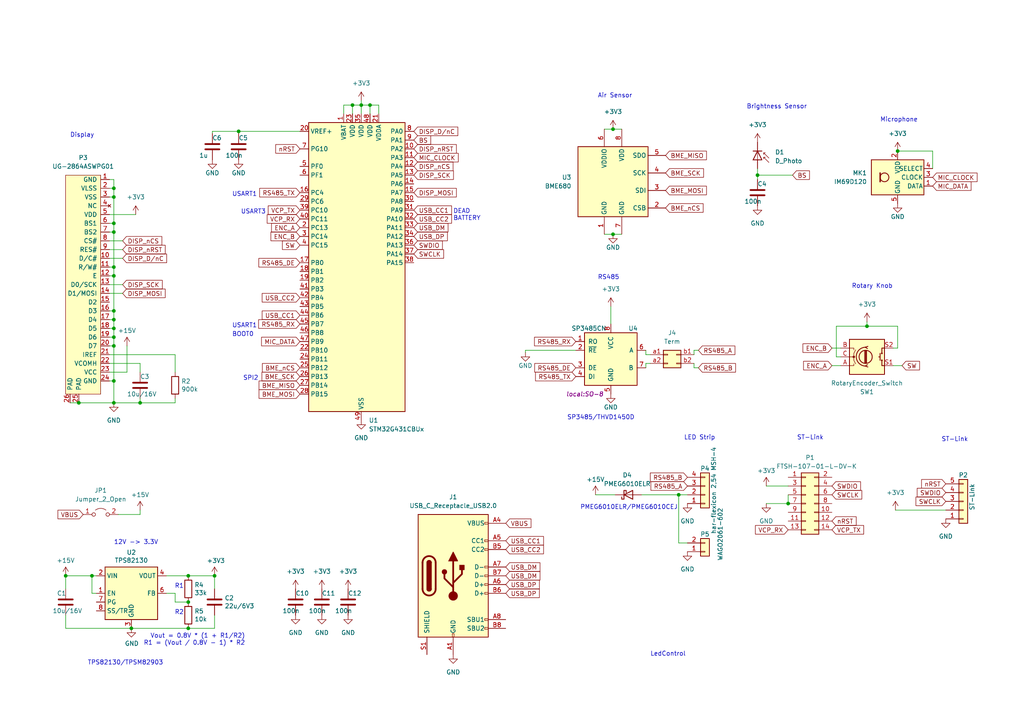
<source format=kicad_sch>
(kicad_sch (version 20231120) (generator "eeschema") (generator_version "8.0")
  (paper "A4")
  (lib_symbols
    (symbol "Connector:USB_C_Receptacle_USB2.0" (pin_names (offset 1.016))
      (property "Reference" "J" (at -10.16 19.05 0))
      (property "Value" "USB_C_Receptacle_USB2.0" (at 19.05 19.05 0))
      (symbol "USB_C_Receptacle_USB2.0_1_1"
        (pin passive line (at 0 -22.86 90) (length 5.08) (name "GND") (number "A1"))
        (pin passive line (at 0 -22.86 90) (length 5.08) hide (name "GND") (number "A12"))
        (pin passive line (at 15.24 15.24 180) (length 5.08) (name "VBUS") (number "A4"))
        (pin bidirectional line (at 15.24 10.16 180) (length 5.08) (name "CC1") (number "A5"))
        (pin bidirectional line (at 15.24 -2.54 180) (length 5.08) (name "D+") (number "A6"))
        (pin bidirectional line (at 15.24 2.54 180) (length 5.08) (name "D-") (number "A7"))
        (pin bidirectional line (at 15.24 -12.7 180) (length 5.08) (name "SBU1") (number "A8"))
        (pin passive line (at 15.24 15.24 180) (length 5.08) hide (name "VBUS") (number "A9"))
        (pin passive line (at 0 -22.86 90) (length 5.08) hide (name "GND") (number "B1"))
        (pin passive line (at 0 -22.86 90) (length 5.08) hide (name "GND") (number "B12"))
        (pin passive line (at 15.24 15.24 180) (length 5.08) hide (name "VBUS") (number "B4"))
        (pin bidirectional line (at 15.24 7.62 180) (length 5.08) (name "CC2") (number "B5"))
        (pin bidirectional line (at 15.24 -5.08 180) (length 5.08) (name "D+") (number "B6"))
        (pin bidirectional line (at 15.24 0 180) (length 5.08) (name "D-") (number "B7"))
        (pin bidirectional line (at 15.24 -15.24 180) (length 5.08) (name "SBU2") (number "B8"))
        (pin passive line (at 15.24 15.24 180) (length 5.08) hide (name "VBUS") (number "B9"))
        (pin passive line (at -7.62 -22.86 90) (length 5.08) (name "SHIELD") (number "S1"))
      )
    )
    (symbol "Connector_Generic:Conn_01x02" (pin_names (offset 1.016) hide)
      (property "Reference" "J" (at 0 2.54 0))
      (property "Value" "Conn_01x02" (at 0 -5.08 0))
      (symbol "Conn_01x02_1_1"
        (pin passive line (at -5.08 0 0) (length 3.81) (name "Pin_1") (number "1"))
        (pin passive line (at -5.08 -2.54 0) (length 3.81) (name "Pin_2") (number "2"))
      )
    )
    (symbol "Connector_Generic:Conn_01x04" (pin_names (offset 1.016) hide)
      (property "Reference" "J" (at 0 5.08 0))
      (property "Value" "Conn_01x04" (at 0 -7.62 0))
      (symbol "Conn_01x04_1_1"
        (pin passive line (at -5.08 2.54 0) (length 3.81) (name "Pin_1") (number "1"))
        (pin passive line (at -5.08 0 0) (length 3.81) (name "Pin_2") (number "2"))
        (pin passive line (at -5.08 -2.54 0) (length 3.81) (name "Pin_3") (number "3"))
        (pin passive line (at -5.08 -5.08 0) (length 3.81) (name "Pin_4") (number "4"))
      )
    )
    (symbol "Connector_Generic:Conn_01x05" (pin_names (offset 1.016) hide)
      (property "Reference" "J" (at 0 7.62 0))
      (property "Value" "Conn_01x05" (at 0 -7.62 0))
      (symbol "Conn_01x05_1_1"
        (pin passive line (at -5.08 5.08 0) (length 3.81) (name "Pin_1") (number "1"))
        (pin passive line (at -5.08 2.54 0) (length 3.81) (name "Pin_2") (number "2"))
        (pin passive line (at -5.08 0 0) (length 3.81) (name "Pin_3") (number "3"))
        (pin passive line (at -5.08 -2.54 0) (length 3.81) (name "Pin_4") (number "4"))
        (pin passive line (at -5.08 -5.08 0) (length 3.81) (name "Pin_5") (number "5"))
      )
    )
    (symbol "Connector_Generic:Conn_02x02_Row_Letter_First" (pin_names (offset 1.016) hide)
      (property "Reference" "J" (at 1.27 2.54 0))
      (property "Value" "Conn_02x02_Row_Letter_First" (at 1.27 -5.08 0))
      (symbol "Conn_02x02_Row_Letter_First_1_1"
        (pin passive line (at -5.08 0 0) (length 3.81) (name "Pin_a1") (number "a1"))
        (pin passive line (at -5.08 -2.54 0) (length 3.81) (name "Pin_a2") (number "a2"))
        (pin passive line (at 7.62 0 180) (length 3.81) (name "Pin_b1") (number "b1"))
        (pin passive line (at 7.62 -2.54 180) (length 3.81) (name "Pin_b2") (number "b2"))
      )
    )
    (symbol "Connector_Generic:Conn_02x07_Odd_Even" (pin_names (offset 1.016) hide)
      (property "Reference" "J" (at 1.27 10.16 0))
      (property "Value" "Conn_02x07_Odd_Even" (at 1.27 -10.16 0))
      (symbol "Conn_02x07_Odd_Even_1_1"
        (pin passive line (at -5.08 7.62 0) (length 3.81) (name "Pin_1") (number "1"))
        (pin passive line (at 7.62 -2.54 180) (length 3.81) (name "Pin_10") (number "10"))
        (pin passive line (at -5.08 -5.08 0) (length 3.81) (name "Pin_11") (number "11"))
        (pin passive line (at 7.62 -5.08 180) (length 3.81) (name "Pin_12") (number "12"))
        (pin passive line (at -5.08 -7.62 0) (length 3.81) (name "Pin_13") (number "13"))
        (pin passive line (at 7.62 -7.62 180) (length 3.81) (name "Pin_14") (number "14"))
        (pin passive line (at 7.62 7.62 180) (length 3.81) (name "Pin_2") (number "2"))
        (pin passive line (at -5.08 5.08 0) (length 3.81) (name "Pin_3") (number "3"))
        (pin passive line (at 7.62 5.08 180) (length 3.81) (name "Pin_4") (number "4"))
        (pin passive line (at -5.08 2.54 0) (length 3.81) (name "Pin_5") (number "5"))
        (pin passive line (at 7.62 2.54 180) (length 3.81) (name "Pin_6") (number "6"))
        (pin passive line (at -5.08 0 0) (length 3.81) (name "Pin_7") (number "7"))
        (pin passive line (at 7.62 0 180) (length 3.81) (name "Pin_8") (number "8"))
        (pin passive line (at -5.08 -2.54 0) (length 3.81) (name "Pin_9") (number "9"))
      )
    )
    (symbol "Device:C" (pin_numbers hide) (pin_names (offset 0.254))
      (property "Reference" "C" (at 0.635 2.54 0))
      (property "Value" "C" (at 0.635 -2.54 0))
      (symbol "C_1_1"
        (pin passive line (at 0 3.81 270) (length 2.794) (name "~") (number "1"))
        (pin passive line (at 0 -3.81 90) (length 2.794) (name "~") (number "2"))
      )
    )
    (symbol "Device:D_Photo" (pin_numbers hide) (pin_names hide)
      (property "Reference" "D" (at 0.508 1.778 0))
      (property "Value" "D_Photo" (at -1.016 -2.794 0))
      (symbol "D_Photo_1_1"
        (pin passive line (at -5.08 0 0) (length 2.54) (name "K") (number "1"))
        (pin passive line (at 2.54 0 180) (length 2.54) (name "A") (number "2"))
      )
    )
    (symbol "Device:D_Schottky" (pin_numbers hide) (pin_names (offset 1.016) hide)
      (property "Reference" "D" (at 0 2.54 0))
      (property "Value" "D_Schottky" (at 0 -2.54 0))
      (symbol "D_Schottky_1_1"
        (pin passive line (at -3.81 0 0) (length 2.54) (name "K") (number "1"))
        (pin passive line (at 3.81 0 180) (length 2.54) (name "A") (number "2"))
      )
    )
    (symbol "Device:R" (pin_numbers hide) (pin_names (offset 0))
      (property "Reference" "R" (at 2.032 0 90))
      (property "Value" "R" (at 0 0 90))
      (symbol "R_1_1"
        (pin passive line (at 0 3.81 270) (length 1.27) (name "~") (number "1"))
        (pin passive line (at 0 -3.81 90) (length 1.27) (name "~") (number "2"))
      )
    )
    (symbol "Device:RotaryEncoder_Switch" (pin_names (offset 0.254) hide)
      (property "Reference" "SW" (at 0 6.604 0))
      (property "Value" "RotaryEncoder_Switch" (at 0 -6.604 0))
      (symbol "RotaryEncoder_Switch_1_1"
        (pin passive line (at -7.62 2.54 0) (length 2.54) (name "A") (number "A"))
        (pin passive line (at -7.62 -2.54 0) (length 2.54) (name "B") (number "B"))
        (pin passive line (at -7.62 0 0) (length 2.54) (name "C") (number "C"))
        (pin passive line (at 7.62 2.54 180) (length 2.54) (name "S1") (number "S1"))
        (pin passive line (at 7.62 -2.54 180) (length 2.54) (name "S2") (number "S2"))
      )
    )
    (symbol "Interface_UART:SP3485CN" (pin_names (offset 1.016))
      (property "Reference" "U" (at -7.62 8.89 0))
      (property "Value" "SP3485CN" (at 2.54 8.89 0))
      (symbol "SP3485CN_1_1"
        (pin output line (at -10.16 5.08 0) (length 2.54) (name "RO") (number "1"))
        (pin input line (at -10.16 2.54 0) (length 2.54) (name "~{RE}") (number "2"))
        (pin input line (at -10.16 -2.54 0) (length 2.54) (name "DE") (number "3"))
        (pin input line (at -10.16 -5.08 0) (length 2.54) (name "DI") (number "4"))
        (pin power_in line (at 0 -10.16 90) (length 2.54) (name "GND") (number "5"))
        (pin bidirectional line (at 10.16 2.54 180) (length 2.54) (name "A") (number "6"))
        (pin bidirectional line (at 10.16 -2.54 180) (length 2.54) (name "B") (number "7"))
        (pin power_in line (at 0 10.16 270) (length 2.54) (name "VCC") (number "8"))
      )
    )
    (symbol "Jumper:Jumper_2_Open" (pin_names (offset 0) hide)
      (property "Reference" "JP" (at 0 2.794 0))
      (property "Value" "Jumper_2_Open" (at 0 -2.286 0))
      (symbol "Jumper_2_Open_1_1"
        (pin passive line (at -5.08 0 0) (length 2.54) (name "A") (number "1"))
        (pin passive line (at 5.08 0 180) (length 2.54) (name "B") (number "2"))
      )
    )
    (symbol "MCU_ST_STM32G4:STM32G431CBUx"
      (property "Reference" "U" (at -12.7 44.45 0))
      (property "Value" "STM32G431CBUx" (at 10.16 44.45 0))
      (symbol "STM32G431CBUx_1_1"
        (pin power_in line (at -2.54 45.72 270) (length 2.54) (name "VBAT") (number "1"))
        (pin bidirectional line (at 17.78 35.56 180) (length 2.54) (name "PA2") (number "10"))
        (pin bidirectional line (at 17.78 33.02 180) (length 2.54) (name "PA3") (number "11"))
        (pin bidirectional line (at 17.78 30.48 180) (length 2.54) (name "PA4") (number "12"))
        (pin bidirectional line (at 17.78 27.94 180) (length 2.54) (name "PA5") (number "13"))
        (pin bidirectional line (at 17.78 25.4 180) (length 2.54) (name "PA6") (number "14"))
        (pin bidirectional line (at 17.78 22.86 180) (length 2.54) (name "PA7") (number "15"))
        (pin bidirectional line (at -15.24 22.86 0) (length 2.54) (name "PC4") (number "16"))
        (pin bidirectional line (at -15.24 2.54 0) (length 2.54) (name "PB0") (number "17"))
        (pin bidirectional line (at -15.24 0 0) (length 2.54) (name "PB1") (number "18"))
        (pin bidirectional line (at -15.24 -2.54 0) (length 2.54) (name "PB2") (number "19"))
        (pin bidirectional line (at -15.24 12.7 0) (length 2.54) (name "PC13") (number "2"))
        (pin input line (at -15.24 40.64 0) (length 2.54) (name "VREF+") (number "20"))
        (pin power_in line (at 7.62 45.72 270) (length 2.54) (name "VDDA") (number "21"))
        (pin bidirectional line (at -15.24 -22.86 0) (length 2.54) (name "PB10") (number "22"))
        (pin power_in line (at 0 45.72 270) (length 2.54) (name "VDD") (number "23"))
        (pin bidirectional line (at -15.24 -25.4 0) (length 2.54) (name "PB11") (number "24"))
        (pin bidirectional line (at -15.24 -27.94 0) (length 2.54) (name "PB12") (number "25"))
        (pin bidirectional line (at -15.24 -30.48 0) (length 2.54) (name "PB13") (number "26"))
        (pin bidirectional line (at -15.24 -33.02 0) (length 2.54) (name "PB14") (number "27"))
        (pin bidirectional line (at -15.24 -35.56 0) (length 2.54) (name "PB15") (number "28"))
        (pin bidirectional line (at -15.24 20.32 0) (length 2.54) (name "PC6") (number "29"))
        (pin bidirectional line (at -15.24 10.16 0) (length 2.54) (name "PC14") (number "3"))
        (pin bidirectional line (at 17.78 20.32 180) (length 2.54) (name "PA8") (number "30"))
        (pin bidirectional line (at 17.78 17.78 180) (length 2.54) (name "PA9") (number "31"))
        (pin bidirectional line (at 17.78 15.24 180) (length 2.54) (name "PA10") (number "32"))
        (pin bidirectional line (at 17.78 12.7 180) (length 2.54) (name "PA11") (number "33"))
        (pin bidirectional line (at 17.78 10.16 180) (length 2.54) (name "PA12") (number "34"))
        (pin power_in line (at 2.54 45.72 270) (length 2.54) (name "VDD") (number "35"))
        (pin bidirectional line (at 17.78 7.62 180) (length 2.54) (name "PA13") (number "36"))
        (pin bidirectional line (at 17.78 5.08 180) (length 2.54) (name "PA14") (number "37"))
        (pin bidirectional line (at 17.78 2.54 180) (length 2.54) (name "PA15") (number "38"))
        (pin bidirectional line (at -15.24 17.78 0) (length 2.54) (name "PC10") (number "39"))
        (pin bidirectional line (at -15.24 7.62 0) (length 2.54) (name "PC15") (number "4"))
        (pin bidirectional line (at -15.24 15.24 0) (length 2.54) (name "PC11") (number "40"))
        (pin bidirectional line (at -15.24 -5.08 0) (length 2.54) (name "PB3") (number "41"))
        (pin bidirectional line (at -15.24 -7.62 0) (length 2.54) (name "PB4") (number "42"))
        (pin bidirectional line (at -15.24 -10.16 0) (length 2.54) (name "PB5") (number "43"))
        (pin bidirectional line (at -15.24 -12.7 0) (length 2.54) (name "PB6") (number "44"))
        (pin bidirectional line (at -15.24 -15.24 0) (length 2.54) (name "PB7") (number "45"))
        (pin bidirectional line (at -15.24 -17.78 0) (length 2.54) (name "PB8") (number "46"))
        (pin bidirectional line (at -15.24 -20.32 0) (length 2.54) (name "PB9") (number "47"))
        (pin power_in line (at 5.08 45.72 270) (length 2.54) (name "VDD") (number "48"))
        (pin power_in line (at 2.54 -43.18 90) (length 2.54) (name "VSS") (number "49"))
        (pin bidirectional line (at -15.24 30.48 0) (length 2.54) (name "PF0") (number "5"))
        (pin bidirectional line (at -15.24 27.94 0) (length 2.54) (name "PF1") (number "6"))
        (pin bidirectional line (at -15.24 35.56 0) (length 2.54) (name "PG10") (number "7"))
        (pin bidirectional line (at 17.78 40.64 180) (length 2.54) (name "PA0") (number "8"))
        (pin bidirectional line (at 17.78 38.1 180) (length 2.54) (name "PA1") (number "9"))
      )
    )
    (symbol "Regulator_Switching:TPS82130"
      (property "Reference" "U" (at 1.27 11.43 0))
      (property "Value" "TPS82130" (at 5.08 8.89 0))
      (symbol "TPS82130_1_1"
        (pin input line (at -10.16 0 0) (length 2.54) (name "EN") (number "1"))
        (pin power_in line (at -10.16 5.08 0) (length 2.54) (name "VIN") (number "2"))
        (pin power_in line (at 0 -10.16 90) (length 2.54) (name "GND") (number "3"))
        (pin power_out line (at 10.16 5.08 180) (length 2.54) (name "VOUT") (number "4"))
        (pin passive line (at 10.16 5.08 180) (length 2.54) hide (name "VOUT") (number "5"))
        (pin input line (at 10.16 0 180) (length 2.54) (name "FB") (number "6"))
        (pin open_collector line (at -10.16 -2.54 0) (length 2.54) (name "PG") (number "7"))
        (pin input line (at -10.16 -5.08 0) (length 2.54) (name "SS/TR") (number "8"))
        (pin passive line (at 0 -10.16 90) (length 2.54) hide (name "GND") (number "9"))
      )
    )
    (symbol "Sensor:BME680"
      (property "Reference" "U" (at -8.89 11.43 0))
      (property "Value" "BME680" (at 7.62 11.43 0))
      (symbol "BME680_1_1"
        (pin power_in line (at -2.54 -15.24 90) (length 5.08) (name "GND") (number "1"))
        (pin input line (at 15.24 -7.62 180) (length 5.08) (name "CSB") (number "2"))
        (pin bidirectional line (at 15.24 -2.54 180) (length 5.08) (name "SDI") (number "3"))
        (pin input line (at 15.24 2.54 180) (length 5.08) (name "SCK") (number "4"))
        (pin bidirectional line (at 15.24 7.62 180) (length 5.08) (name "SDO") (number "5"))
        (pin power_in line (at -2.54 15.24 270) (length 5.08) (name "VDDIO") (number "6"))
        (pin power_in line (at 2.54 -15.24 90) (length 5.08) (name "GND") (number "7"))
        (pin power_in line (at 2.54 15.24 270) (length 5.08) (name "VDD") (number "8"))
      )
    )
    (symbol "Sensor_Audio:IM69D120" (pin_names (offset 0.254))
      (property "Reference" "MK" (at -7.62 6.35 0))
      (property "Value" "IM69D120" (at 1.27 6.35 0))
      (symbol "IM69D120_1_1"
        (pin output line (at 10.16 -2.54 180) (length 2.54) (name "DATA") (number "1"))
        (pin power_in line (at 0 7.62 270) (length 2.54) (name "VDD") (number "2"))
        (pin input line (at 10.16 0 180) (length 2.54) (name "CLOCK") (number "3"))
        (pin input line (at 10.16 2.54 180) (length 2.54) (name "SELECT") (number "4"))
        (pin power_in line (at 0 -7.62 90) (length 2.54) (name "GND") (number "5"))
      )
    )
    (symbol "UG-2864ASWPG01_1" (pin_names (offset 1.016))
      (property "Reference" "P" (at -10.16 33.02 0))
      (property "Value" "UG-2864ASWPG01" (at 1.27 33.02 0))
      (symbol "UG-2864ASWPG01_1_1_1"
        (pin power_in line (at 2.54 30.48 180) (length 2.54) (name "GND") (number "1"))
        (pin input line (at 2.54 7.62 180) (length 2.54) (name "D/C#") (number "10"))
        (pin input line (at 2.54 5.08 180) (length 2.54) (name "R/W#") (number "11"))
        (pin input line (at 2.54 2.54 180) (length 2.54) (name "E") (number "12"))
        (pin input line (at 2.54 0 180) (length 2.54) (name "D0/SCK") (number "13"))
        (pin input line (at 2.54 -2.54 180) (length 2.54) (name "D1/MOSI") (number "14"))
        (pin input line (at 2.54 -5.08 180) (length 2.54) (name "D2") (number "15"))
        (pin input line (at 2.54 -7.62 180) (length 2.54) (name "D3") (number "16"))
        (pin input line (at 2.54 -10.16 180) (length 2.54) (name "D4") (number "17"))
        (pin input line (at 2.54 -12.7 180) (length 2.54) (name "D5") (number "18"))
        (pin input line (at 2.54 -15.24 180) (length 2.54) (name "D6") (number "19"))
        (pin power_in line (at 2.54 27.94 180) (length 2.54) (name "VLSS") (number "2"))
        (pin input line (at 2.54 -17.78 180) (length 2.54) (name "D7") (number "20"))
        (pin input line (at 2.54 -20.32 180) (length 2.54) (name "IREF") (number "21"))
        (pin input line (at 2.54 -22.86 180) (length 2.54) (name "VCOMH") (number "22"))
        (pin power_in line (at 2.54 -25.4 180) (length 2.54) (name "VCC") (number "23"))
        (pin power_in line (at 2.54 -27.94 180) (length 2.54) (name "GND") (number "24"))
        (pin free line (at -6.35 -34.29 90) (length 2.54) (name "PAD") (number "25"))
        (pin free line (at -8.89 -34.29 90) (length 2.54) (name "PAD") (number "26"))
        (pin power_in line (at 2.54 25.4 180) (length 2.54) (name "VSS") (number "3"))
        (pin no_connect line (at 2.54 22.86 180) (length 2.54) (name "NC") (number "4"))
        (pin power_in line (at 2.54 20.32 180) (length 2.54) (name "VDD") (number "5"))
        (pin input line (at 2.54 17.78 180) (length 2.54) (name "BS1") (number "6"))
        (pin input line (at 2.54 15.24 180) (length 2.54) (name "BS2") (number "7"))
        (pin input line (at 2.54 12.7 180) (length 2.54) (name "CS#") (number "8"))
        (pin input line (at 2.54 10.16 180) (length 2.54) (name "RES#") (number "9"))
      )
    )
    (symbol "power:+15V" (power) (pin_names (offset 0))
      (property "Value" "+15V" (at 0 3.556 0))
      (symbol "+15V_1_1"
        (pin power_in line (at 0 0 90) (length 0) hide (name "+15V") (number "1"))
      )
    )
    (symbol "power:+3V3" (power) (pin_names (offset 0))
      (property "Value" "+3V3" (at 0 3.556 0))
      (symbol "+3V3_1_1"
        (pin power_in line (at 0 0 90) (length 0) hide (name "+3V3") (number "1"))
      )
    )
    (symbol "power:GND" (power) (pin_names (offset 0))
      (property "Value" "GND" (at 0 -3.81 0))
      (symbol "GND_1_1"
        (pin power_in line (at 0 0 270) (length 0) hide (name "GND") (number "1"))
      )
    )
  )
  (junction (at 177.8 67.945))
  (junction (at 33.02 64.77))
  (junction (at 33.02 100.33))
  (junction (at 260.35 43.815))
  (junction (at 102.235 30.48))
  (junction (at 33.02 110.49))
  (junction (at 33.02 54.61))
  (junction (at 33.02 77.47))
  (junction (at 33.02 90.17))
  (junction (at 40.64 116.84))
  (junction (at 33.02 92.71))
  (junction (at 54.61 174.625))
  (junction (at 177.8 37.465))
  (junction (at 33.02 57.15))
  (junction (at 22.86 116.84))
  (junction (at 251.46 94.615))
  (junction (at 69.215 38.1))
  (junction (at 33.02 67.31))
  (junction (at 38.1 182.245))
  (junction (at 33.02 97.79))
  (junction (at 33.02 95.25))
  (junction (at 104.775 30.48))
  (junction (at 19.05 167.005))
  (junction (at 26.67 167.005))
  (junction (at 54.61 182.245))
  (junction (at 54.61 167.005))
  (junction (at 107.315 30.48))
  (junction (at 219.71 50.8))
  (junction (at 33.02 116.84))
  (junction (at 33.02 80.01))
  (junction (at 62.23 167.005))
  (junction (at 196.85 143.51))
  (junction (at 228.6 146.05))
  (wire (pts (xy 33.02 92.71) (xy 33.02 95.25)))
  (wire (pts (xy 270.51 48.895) (xy 270.51 43.815)))
  (wire (pts (xy 61.595 38.1) (xy 69.215 38.1)))
  (wire (pts (xy 33.02 64.77) (xy 33.02 67.31)))
  (wire (pts (xy 33.02 97.79) (xy 33.02 100.33)))
  (wire (pts (xy 48.26 167.005) (xy 54.61 167.005)))
  (wire (pts (xy 33.02 54.61) (xy 33.02 57.15)))
  (wire (pts (xy 152.4 102.235) (xy 152.4 101.6)))
  (wire (pts (xy 34.29 149.225) (xy 40.64 149.225)))
  (wire (pts (xy 187.325 106.68) (xy 187.325 105.41)))
  (wire (pts (xy 219.71 48.895) (xy 219.71 50.8)))
  (wire (pts (xy 38.1 182.245) (xy 54.61 182.245)))
  (wire (pts (xy 33.02 57.15) (xy 33.02 64.77)))
  (wire (pts (xy 22.86 116.84) (xy 33.02 116.84)))
  (wire (pts (xy 199.39 157.48) (xy 196.85 157.48)))
  (wire (pts (xy 259.08 106.045) (xy 261.62 106.045)))
  (wire (pts (xy 31.75 80.01) (xy 33.02 80.01)))
  (wire (pts (xy 26.67 172.085) (xy 26.67 167.005)))
  (wire (pts (xy 40.64 116.84) (xy 40.64 115.57)))
  (wire (pts (xy 175.26 67.945) (xy 177.8 67.945)))
  (wire (pts (xy 33.02 52.07) (xy 33.02 54.61)))
  (wire (pts (xy 33.02 77.47) (xy 33.02 80.01)))
  (wire (pts (xy 241.3 100.965) (xy 243.84 100.965)))
  (wire (pts (xy 260.35 94.615) (xy 251.46 94.615)))
  (wire (pts (xy 219.71 50.8) (xy 219.71 52.07)))
  (wire (pts (xy 19.05 170.815) (xy 19.05 167.005)))
  (wire (pts (xy 31.75 62.23) (xy 39.37 62.23)))
  (wire (pts (xy 104.775 30.48) (xy 104.775 33.02)))
  (wire (pts (xy 260.35 94.615) (xy 260.35 100.965)))
  (wire (pts (xy 31.75 69.85) (xy 35.56 69.85)))
  (wire (pts (xy 201.295 106.68) (xy 201.295 105.41)))
  (wire (pts (xy 31.75 102.87) (xy 50.8 102.87)))
  (wire (pts (xy 31.75 67.31) (xy 33.02 67.31)))
  (wire (pts (xy 19.05 182.245) (xy 38.1 182.245)))
  (wire (pts (xy 31.75 105.41) (xy 40.64 105.41)))
  (wire (pts (xy 31.75 100.33) (xy 33.02 100.33)))
  (wire (pts (xy 33.02 110.49) (xy 33.02 116.84)))
  (wire (pts (xy 50.8 116.84) (xy 50.8 115.57)))
  (wire (pts (xy 62.23 167.005) (xy 54.61 167.005)))
  (wire (pts (xy 40.64 149.225) (xy 40.64 147.955)))
  (wire (pts (xy 31.75 95.25) (xy 33.02 95.25)))
  (wire (pts (xy 102.235 33.02) (xy 102.235 30.48)))
  (wire (pts (xy 40.64 116.84) (xy 50.8 116.84)))
  (wire (pts (xy 61.595 38.735) (xy 61.595 38.1)))
  (wire (pts (xy 31.75 64.77) (xy 33.02 64.77)))
  (wire (pts (xy 172.72 143.51) (xy 178.435 143.51)))
  (wire (pts (xy 202.565 106.68) (xy 201.295 106.68)))
  (wire (pts (xy 31.75 72.39) (xy 35.56 72.39)))
  (wire (pts (xy 31.75 107.95) (xy 36.83 107.95)))
  (wire (pts (xy 31.75 52.07) (xy 33.02 52.07)))
  (wire (pts (xy 242.57 103.505) (xy 243.84 103.505)))
  (wire (pts (xy 62.23 182.245) (xy 62.23 178.435)))
  (wire (pts (xy 270.51 43.815) (xy 260.35 43.815)))
  (wire (pts (xy 99.695 30.48) (xy 102.235 30.48)))
  (wire (pts (xy 186.055 143.51) (xy 196.85 143.51)))
  (wire (pts (xy 222.25 146.05) (xy 228.6 146.05)))
  (wire (pts (xy 33.02 100.33) (xy 33.02 110.49)))
  (wire (pts (xy 196.85 157.48) (xy 196.85 143.51)))
  (wire (pts (xy 260.35 100.965) (xy 259.08 100.965)))
  (wire (pts (xy 152.4 101.6) (xy 167.005 101.6)))
  (wire (pts (xy 40.64 105.41) (xy 40.64 107.95)))
  (wire (pts (xy 175.26 37.465) (xy 177.8 37.465)))
  (wire (pts (xy 102.235 30.48) (xy 104.775 30.48)))
  (wire (pts (xy 19.05 178.435) (xy 19.05 182.245)))
  (wire (pts (xy 62.23 170.815) (xy 62.23 167.005)))
  (wire (pts (xy 50.8 174.625) (xy 54.61 174.625)))
  (wire (pts (xy 26.67 167.005) (xy 27.94 167.005)))
  (wire (pts (xy 99.695 33.02) (xy 99.695 30.48)))
  (wire (pts (xy 54.61 182.245) (xy 62.23 182.245)))
  (wire (pts (xy 86.995 38.1) (xy 69.215 38.1)))
  (wire (pts (xy 177.165 88.9) (xy 177.165 93.98)))
  (wire (pts (xy 196.85 143.51) (xy 199.39 143.51)))
  (wire (pts (xy 50.8 102.87) (xy 50.8 107.95)))
  (wire (pts (xy 107.315 30.48) (xy 107.315 33.02)))
  (wire (pts (xy 228.6 143.51) (xy 228.6 146.05)))
  (wire (pts (xy 33.02 80.01) (xy 33.02 90.17)))
  (wire (pts (xy 27.94 172.085) (xy 26.67 172.085)))
  (wire (pts (xy 251.46 93.345) (xy 251.46 94.615)))
  (wire (pts (xy 31.75 110.49) (xy 33.02 110.49)))
  (wire (pts (xy 31.75 97.79) (xy 33.02 97.79)))
  (wire (pts (xy 104.775 29.21) (xy 104.775 30.48)))
  (wire (pts (xy 33.02 90.17) (xy 33.02 92.71)))
  (wire (pts (xy 187.325 101.6) (xy 187.325 102.87)))
  (wire (pts (xy 251.46 94.615) (xy 242.57 94.615)))
  (wire (pts (xy 177.8 67.945) (xy 180.34 67.945)))
  (wire (pts (xy 259.715 147.955) (xy 274.32 147.955)))
  (wire (pts (xy 36.83 107.95) (xy 36.83 100.33)))
  (wire (pts (xy 19.05 167.005) (xy 26.67 167.005)))
  (wire (pts (xy 33.02 95.25) (xy 33.02 97.79)))
  (wire (pts (xy 201.295 102.87) (xy 201.295 101.6)))
  (wire (pts (xy 31.75 85.09) (xy 35.56 85.09)))
  (wire (pts (xy 50.8 172.085) (xy 50.8 174.625)))
  (wire (pts (xy 242.57 94.615) (xy 242.57 103.505)))
  (wire (pts (xy 31.75 77.47) (xy 33.02 77.47)))
  (wire (pts (xy 33.02 67.31) (xy 33.02 77.47)))
  (wire (pts (xy 69.215 38.1) (xy 69.215 38.735)))
  (wire (pts (xy 187.325 102.87) (xy 188.595 102.87)))
  (wire (pts (xy 31.75 74.93) (xy 35.56 74.93)))
  (wire (pts (xy 177.8 37.465) (xy 180.34 37.465)))
  (wire (pts (xy 31.75 54.61) (xy 33.02 54.61)))
  (wire (pts (xy 20.32 116.84) (xy 22.86 116.84)))
  (wire (pts (xy 48.26 172.085) (xy 50.8 172.085)))
  (wire (pts (xy 31.75 82.55) (xy 35.56 82.55)))
  (wire (pts (xy 241.3 106.045) (xy 243.84 106.045)))
  (wire (pts (xy 109.855 30.48) (xy 109.855 33.02)))
  (wire (pts (xy 219.71 50.8) (xy 229.87 50.8)))
  (wire (pts (xy 187.325 105.41) (xy 188.595 105.41)))
  (wire (pts (xy 201.295 101.6) (xy 202.565 101.6)))
  (wire (pts (xy 31.75 90.17) (xy 33.02 90.17)))
  (wire (pts (xy 104.775 30.48) (xy 107.315 30.48)))
  (wire (pts (xy 107.315 30.48) (xy 109.855 30.48)))
  (wire (pts (xy 31.75 92.71) (xy 33.02 92.71)))
  (wire (pts (xy 31.75 57.15) (xy 33.02 57.15)))
  (wire (pts (xy 33.02 116.84) (xy 40.64 116.84)))
  (wire (pts (xy 222.25 140.97) (xy 228.6 140.97)))
  (text "12V -> 3.3V" (at 33.02 158.115 0) (effects (font (size 1.27 1.27)) (justify left bottom)))
  (text "LED Strip" (at 198.374 127.762 0) (effects (font (size 1.27 1.27)) (justify left bottom)))
  (text "BOOT0" (at 67.31 97.79 0) (effects (font (size 1.27 1.27)) (justify left bottom)))
  (text "SPI2" (at 70.485 110.49 0) (effects (font (size 1.27 1.27)) (justify left bottom)))
  (text "PMEG6010ELR/PMEG6010CEJ " (at 168.275 147.955 0) (effects (font (size 1.27 1.27)) (justify left bottom)))
  (text "ST-Link" (at 231.14 127.762 0) (effects (font (size 1.27 1.27)) (justify left bottom)))
  (text "Vout = 0.8V * (1 + R1/R2)\nR1 = (Vout / 0.8V - 1) * R2" (at 71.12 187.325 0) (effects (font (size 1.27 1.27)) (justify right bottom)))
  (text "R1" (at 53.34 170.815 0) (effects (font (size 1.27 1.27)) (justify right bottom)))
  (text "SP3485/THVD1450D" (at 164.465 121.92 0) (effects (font (size 1.27 1.27)) (justify left bottom)))
  (text "DEAD\nBATTERY" (at 131.445 64.135 0) (effects (font (size 1.27 1.27)) (justify left bottom)))
  (text "Display" (at 20.32 40.005 0) (effects (font (size 1.27 1.27)) (justify left bottom)))
  (text "Air Sensor" (at 173.355 28.575 0) (effects (font (size 1.27 1.27)) (justify left bottom)))
  (text "USART3" (at 69.85 62.23 0) (effects (font (size 1.27 1.27)) (justify left bottom)))
  (text "Microphone" (at 255.27 35.56 0) (effects (font (size 1.27 1.27)) (justify left bottom)))
  (text "LedControl" (at 188.595 190.5 0) (effects (font (size 1.27 1.27)) (justify left bottom)))
  (text "RS485" (at 173.355 81.28 0) (effects (font (size 1.27 1.27)) (justify left bottom)))
  (text "USART1" (at 67.31 95.25 0) (effects (font (size 1.27 1.27)) (justify left bottom)))
  (text "R2" (at 53.34 178.435 0) (effects (font (size 1.27 1.27)) (justify right bottom)))
  (text "Brightness Sensor" (at 216.535 31.75 0) (effects (font (size 1.27 1.27)) (justify left bottom)))
  (text "TPS82130/TPSM82903" (at 25.4 193.04 0) (effects (font (size 1.27 1.27)) (justify left bottom)))
  (text "Rotary Knob" (at 247.015 83.82 0) (effects (font (size 1.27 1.27)) (justify left bottom)))
  (text "USART1" (at 67.31 57.15 0) (effects (font (size 1.27 1.27)) (justify left bottom)))
  (text "ST-Link" (at 273.05 128.27 0) (effects (font (size 1.27 1.27)) (justify left bottom)))
  (global_label "nRST" (shape input) (at 274.32 140.335 180) (property "Intersheetrefs" "${INTERSHEET_REFS}" (effects (hide yes))))
  (global_label "USB_DM" (shape input) (at 146.685 167.005 0) (property "Intersheetrefs" "${INTERSHEET_REFS}" (effects (hide yes))))
  (global_label "BME_nCS" (shape input) (at 86.995 106.68 180) (property "Intersheetrefs" "${INTERSHEET_REFS}" (effects (hide yes))))
  (global_label "BME_MOSI" (shape input) (at 193.04 55.245 0) (property "Intersheetrefs" "${INTERSHEET_REFS}" (effects (hide yes))))
  (global_label "DISP_MOSI" (shape input) (at 120.015 55.88 0) (property "Intersheetrefs" "${INTERSHEET_REFS}" (effects (hide yes))))
  (global_label "MIC_CLOCK" (shape input) (at 120.015 45.72 0) (property "Intersheetrefs" "${INTERSHEET_REFS}" (effects (hide yes))))
  (global_label "BME_SCK" (shape input) (at 193.04 50.165 0) (property "Intersheetrefs" "${INTERSHEET_REFS}" (effects (hide yes))))
  (global_label "BME_MISO" (shape input) (at 86.995 111.76 180) (property "Intersheetrefs" "${INTERSHEET_REFS}" (effects (hide yes))))
  (global_label "RS485_RX" (shape input) (at 86.995 93.98 180) (property "Intersheetrefs" "${INTERSHEET_REFS}" (effects (hide yes))))
  (global_label "DISP_nCS" (shape input) (at 120.015 48.26 0) (property "Intersheetrefs" "${INTERSHEET_REFS}" (effects (hide yes))))
  (global_label "DISP_D{slash}nC" (shape input) (at 35.56 74.93 0) (property "Intersheetrefs" "${INTERSHEET_REFS}" (effects (hide yes))))
  (global_label "SW" (shape input) (at 261.62 106.045 0) (property "Intersheetrefs" "${INTERSHEET_REFS}" (effects (hide yes))))
  (global_label "USB_DM" (shape input) (at 120.015 66.04 0) (property "Intersheetrefs" "${INTERSHEET_REFS}" (effects (hide yes))))
  (global_label "ENC_B" (shape input) (at 241.3 100.965 180) (property "Intersheetrefs" "${INTERSHEET_REFS}" (effects (hide yes))))
  (global_label "SWCLK" (shape input) (at 241.3 143.51 0) (property "Intersheetrefs" "${INTERSHEET_REFS}" (effects (hide yes))))
  (global_label "DISP_nRST" (shape input) (at 35.56 72.39 0) (property "Intersheetrefs" "${INTERSHEET_REFS}" (effects (hide yes))))
  (global_label "BS" (shape input) (at 229.87 50.8 0) (property "Intersheetrefs" "${INTERSHEET_REFS}" (effects (hide yes))))
  (global_label "USB_DP" (shape input) (at 146.685 169.545 0) (property "Intersheetrefs" "${INTERSHEET_REFS}" (effects (hide yes))))
  (global_label "DISP_MOSI" (shape input) (at 35.56 85.09 0) (property "Intersheetrefs" "${INTERSHEET_REFS}" (effects (hide yes))))
  (global_label "SWDIO" (shape input) (at 241.3 140.97 0) (property "Intersheetrefs" "${INTERSHEET_REFS}" (effects (hide yes))))
  (global_label "VCP_RX" (shape input) (at 86.995 63.5 180) (property "Intersheetrefs" "${INTERSHEET_REFS}" (effects (hide yes))))
  (global_label "SW" (shape input) (at 86.995 71.12 180) (property "Intersheetrefs" "${INTERSHEET_REFS}" (effects (hide yes))))
  (global_label "VCP_TX" (shape input) (at 241.3 153.67 0) (property "Intersheetrefs" "${INTERSHEET_REFS}" (effects (hide yes))))
  (global_label "MIC_CLOCK" (shape input) (at 270.51 51.435 0) (property "Intersheetrefs" "${INTERSHEET_REFS}" (effects (hide yes))))
  (global_label "USB_CC1" (shape input) (at 120.015 60.96 0) (property "Intersheetrefs" "${INTERSHEET_REFS}" (effects (hide yes))))
  (global_label "RS485_B" (shape input) (at 199.39 138.43 180) (property "Intersheetrefs" "${INTERSHEET_REFS}" (effects (hide yes))))
  (global_label "USB_DP" (shape input) (at 120.015 68.58 0) (property "Intersheetrefs" "${INTERSHEET_REFS}" (effects (hide yes))))
  (global_label "RS485_TX" (shape input) (at 167.005 109.22 180) (property "Intersheetrefs" "${INTERSHEET_REFS}" (effects (hide yes))))
  (global_label "BS" (shape input) (at 120.015 40.64 0) (property "Intersheetrefs" "${INTERSHEET_REFS}" (effects (hide yes))))
  (global_label "USB_CC1" (shape input) (at 86.995 91.44 180) (property "Intersheetrefs" "${INTERSHEET_REFS}" (effects (hide yes))))
  (global_label "BME_nCS" (shape input) (at 193.04 60.325 0) (property "Intersheetrefs" "${INTERSHEET_REFS}" (effects (hide yes))))
  (global_label "DISP_nRST" (shape input) (at 120.015 43.18 0) (property "Intersheetrefs" "${INTERSHEET_REFS}" (effects (hide yes))))
  (global_label "ENC_A" (shape input) (at 86.995 66.04 180) (property "Intersheetrefs" "${INTERSHEET_REFS}" (effects (hide yes))))
  (global_label "BME_MOSI" (shape input) (at 86.995 114.3 180) (property "Intersheetrefs" "${INTERSHEET_REFS}" (effects (hide yes))))
  (global_label "BME_MISO" (shape input) (at 193.04 45.085 0) (property "Intersheetrefs" "${INTERSHEET_REFS}" (effects (hide yes))))
  (global_label "USB_DP" (shape input) (at 146.685 172.085 0) (property "Intersheetrefs" "${INTERSHEET_REFS}" (effects (hide yes))))
  (global_label "MIC_DATA" (shape input) (at 86.995 99.06 180) (property "Intersheetrefs" "${INTERSHEET_REFS}" (effects (hide yes))))
  (global_label "RS485_DE" (shape input) (at 86.995 76.2 180) (property "Intersheetrefs" "${INTERSHEET_REFS}" (effects (hide yes))))
  (global_label "RS485_A" (shape input) (at 199.39 140.97 180) (property "Intersheetrefs" "${INTERSHEET_REFS}" (effects (hide yes))))
  (global_label "MIC_DATA" (shape input) (at 270.51 53.975 0) (property "Intersheetrefs" "${INTERSHEET_REFS}" (effects (hide yes))))
  (global_label "ENC_B" (shape input) (at 86.995 68.58 180) (property "Intersheetrefs" "${INTERSHEET_REFS}" (effects (hide yes))))
  (global_label "DISP_nCS" (shape input) (at 35.56 69.85 0) (property "Intersheetrefs" "${INTERSHEET_REFS}" (effects (hide yes))))
  (global_label "USB_DM" (shape input) (at 146.685 164.465 0) (property "Intersheetrefs" "${INTERSHEET_REFS}" (effects (hide yes))))
  (global_label "RS485_B" (shape input) (at 202.565 106.68 0) (property "Intersheetrefs" "${INTERSHEET_REFS}" (effects (hide yes))))
  (global_label "VCP_RX" (shape input) (at 228.6 153.67 180) (property "Intersheetrefs" "${INTERSHEET_REFS}" (effects (hide yes))))
  (global_label "VCP_TX" (shape input) (at 86.995 60.96 180) (property "Intersheetrefs" "${INTERSHEET_REFS}" (effects (hide yes))))
  (global_label "BME_SCK" (shape input) (at 86.995 109.22 180) (property "Intersheetrefs" "${INTERSHEET_REFS}" (effects (hide yes))))
  (global_label "nRST" (shape input) (at 86.995 43.18 180) (property "Intersheetrefs" "${INTERSHEET_REFS}" (effects (hide yes))))
  (global_label "RS485_TX" (shape input) (at 86.995 55.88 180) (property "Intersheetrefs" "${INTERSHEET_REFS}" (effects (hide yes))))
  (global_label "USB_CC2" (shape input) (at 146.685 159.385 0) (property "Intersheetrefs" "${INTERSHEET_REFS}" (effects (hide yes))))
  (global_label "VBUS" (shape input) (at 146.685 151.765 0) (property "Intersheetrefs" "${INTERSHEET_REFS}" (effects (hide yes))))
  (global_label "VBUS" (shape input) (at 24.13 149.225 180) (property "Intersheetrefs" "${INTERSHEET_REFS}" (effects (hide yes))))
  (global_label "DISP_SCK" (shape input) (at 35.56 82.55 0) (property "Intersheetrefs" "${INTERSHEET_REFS}" (effects (hide yes))))
  (global_label "USB_CC2" (shape input) (at 86.995 86.36 180) (property "Intersheetrefs" "${INTERSHEET_REFS}" (effects (hide yes))))
  (global_label "SWCLK" (shape input) (at 274.32 145.415 180) (property "Intersheetrefs" "${INTERSHEET_REFS}" (effects (hide yes))))
  (global_label "ENC_A" (shape input) (at 241.3 106.045 180) (property "Intersheetrefs" "${INTERSHEET_REFS}" (effects (hide yes))))
  (global_label "DISP_SCK" (shape input) (at 120.015 50.8 0) (property "Intersheetrefs" "${INTERSHEET_REFS}" (effects (hide yes))))
  (global_label "SWDIO" (shape input) (at 120.015 71.12 0) (property "Intersheetrefs" "${INTERSHEET_REFS}" (effects (hide yes))))
  (global_label "USB_CC2" (shape input) (at 120.015 63.5 0) (property "Intersheetrefs" "${INTERSHEET_REFS}" (effects (hide yes))))
  (global_label "SWCLK" (shape input) (at 120.015 73.66 0) (property "Intersheetrefs" "${INTERSHEET_REFS}" (effects (hide yes))))
  (global_label "RS485_A" (shape input) (at 202.565 101.6 0) (property "Intersheetrefs" "${INTERSHEET_REFS}" (effects (hide yes))))
  (global_label "DISP_D{slash}nC" (shape input) (at 120.015 38.1 0) (property "Intersheetrefs" "${INTERSHEET_REFS}" (effects (hide yes))))
  (global_label "RS485_RX" (shape input) (at 167.005 99.06 180) (property "Intersheetrefs" "${INTERSHEET_REFS}" (effects (hide yes))))
  (global_label "nRST" (shape input) (at 241.3 151.13 0) (property "Intersheetrefs" "${INTERSHEET_REFS}" (effects (hide yes))))
  (global_label "RS485_DE" (shape input) (at 167.005 106.68 180) (property "Intersheetrefs" "${INTERSHEET_REFS}" (effects (hide yes))))
  (global_label "SWDIO" (shape input) (at 274.32 142.875 180) (property "Intersheetrefs" "${INTERSHEET_REFS}" (effects (hide yes))))
  (global_label "USB_CC1" (shape input) (at 146.685 156.845 0) (property "Intersheetrefs" "${INTERSHEET_REFS}" (effects (hide yes))))
  (symbol (lib_id "Sensor:BME680") (at 177.8 52.705 0) (unit 1)
    (property "Reference" "U3" (at 165.735 51.435 0) (effects (justify right)))
    (property "Value" "BME680" (at 165.735 53.975 0) (effects (justify right)))
    (property "Footprint" "local:BME680" (effects (hide yes)))
    (property "Datasheet" "https://ae-bst.resource.bosch.com/media/_tech/media/datasheets/BST-BME680-DS001.pdf" (effects (hide yes)))
  )
  (symbol (lib_id "Device:D_Photo") (at 219.71 46.355 270) (unit 1)
    (property "Reference" "D1" (at 224.79 44.1325 90) (effects (justify left)))
    (property "Value" "D_Photo" (at 224.79 46.6725 90) (effects (justify left)))
    (property "Footprint" "local:PhotoDiode" (effects (hide yes)))
  )
  (symbol (lib_id "power:+3V3") (at 259.715 147.955 0) (unit 1)
    (property "Reference" "#PWR019" (effects (hide yes)))
    (property "Value" "+3V3" (at 259.715 142.875 0))
  )
  (symbol (lib_id "Device:D_Schottky") (at 182.245 143.51 0) (mirror x) (unit 1)
    (property "Reference" "D4" (at 181.9275 137.795 0))
    (property "Value" "PMEG6010ELR" (at 181.9275 140.335 0))
    (property "Footprint" "local:PMEG6010ELR" (effects (hide yes)))
  )
  (symbol (lib_id "power:+3V3") (at 85.725 170.815 0) (unit 1)
    (property "Reference" "#PWR04" (effects (hide yes)))
    (property "Value" "+3V3" (at 85.725 165.735 0))
  )
  (symbol (lib_id "power:+3V3") (at 219.71 41.275 0) (unit 1)
    (property "Reference" "#PWR029" (effects (hide yes)))
    (property "Value" "+3V3" (at 219.71 36.195 0))
  )
  (symbol (lib_id "power:GND") (at 177.8 67.945 0) (unit 1)
    (property "Reference" "#PWR023" (effects (hide yes)))
    (property "Value" "GND" (at 177.8 71.755 0))
  )
  (symbol (lib_id "power:GND") (at 100.965 178.435 0) (unit 1)
    (property "Reference" "#PWR033" (effects (hide yes)))
    (property "Value" "GND" (at 100.965 183.515 0))
  )
  (symbol (lib_id "power:GND") (at 33.02 116.84 0) (unit 1)
    (property "Reference" "#PWR01" (effects (hide yes)))
    (property "Value" "GND" (at 33.02 121.92 0))
  )
  (symbol (lib_id "power:GND") (at 61.595 46.355 0) (unit 1)
    (property "Reference" "#PWR031" (effects (hide yes)))
    (property "Value" "GND" (at 61.595 50.165 0))
  )
  (symbol (lib_id "power:GND") (at 260.35 59.055 0) (unit 1)
    (property "Reference" "#PWR025" (effects (hide yes)))
    (property "Value" "GND" (at 260.35 62.865 0))
  )
  (symbol (lib_id "Device:C") (at 219.71 55.88 0) (unit 1)
    (property "Reference" "C4" (at 219.71 53.34 0) (effects (justify left)))
    (property "Value" "100n" (at 215.9 58.42 0) (effects (justify left)))
    (property "Footprint" "Capacitor_SMD:C_0603_1608Metric" (effects (hide yes)))
  )
  (symbol (lib_id "Device:R") (at 54.61 170.815 0) (unit 1)
    (property "Reference" "R4" (at 56.388 169.6466 0) (effects (justify left)))
    (property "Value" "33k" (at 56.388 171.958 0) (effects (justify left)))
    (property "Footprint" "Resistor_SMD:R_0603_1608Metric" (effects (hide yes)))
  )
  (symbol (lib_id "power:+3V3") (at 177.8 37.465 0) (unit 1)
    (property "Reference" "#PWR024" (effects (hide yes)))
    (property "Value" "+3V3" (at 177.8 32.385 0))
  )
  (symbol (lib_id "MCU_ST_STM32G4:STM32G431CBUx") (at 102.235 78.74 0) (unit 1)
    (property "Reference" "U1" (at 106.9691 121.92 0) (effects (justify left)))
    (property "Value" "STM32G431CBUx" (at 106.9691 124.46 0) (effects (justify left)))
    (property "Footprint" "local:STM32G431CBU" (effects (hide yes)))
    (property "Datasheet" "https://www.st.com/resource/en/datasheet/stm32g431cb.pdf" (effects (hide yes)))
  )
  (symbol (lib_id "Device:C") (at 93.345 174.625 0) (unit 1)
    (property "Reference" "C11" (at 93.345 172.085 0) (effects (justify left)))
    (property "Value" "100n" (at 89.535 177.165 0) (effects (justify left)))
    (property "Footprint" "Capacitor_SMD:C_0603_1608Metric" (effects (hide yes)))
  )
  (symbol (lib_id "power:GND") (at 131.445 189.865 0) (unit 1)
    (property "Reference" "#PWR022" (effects (hide yes)))
    (property "Value" "GND" (at 131.445 194.945 0))
  )
  (symbol (lib_id "power:GND") (at 199.39 146.05 0) (unit 1)
    (property "Reference" "#PWR014" (effects (hide yes)))
    (property "Value" "GND" (at 199.39 151.13 0))
  )
  (symbol (lib_id "Device:C") (at 100.965 174.625 0) (unit 1)
    (property "Reference" "C12" (at 100.965 172.085 0) (effects (justify left)))
    (property "Value" "100n" (at 97.155 177.165 0) (effects (justify left)))
    (property "Footprint" "Capacitor_SMD:C_0603_1608Metric" (effects (hide yes)))
  )
  (symbol (lib_id "Interface_UART:SP3485CN") (at 177.165 104.14 0) (unit 1)
    (property "Reference" "U4" (at 182.245 95.25 0) (effects (justify left)))
    (property "Value" "SP3485CN" (at 165.735 95.25 0) (effects (justify left)))
    (property "Footprint" "local:SO-8" (at 169.545 114.3 0) (effects (font (italic yes))))
  )
  (symbol (lib_id "power:GND") (at 38.1 182.245 0) (unit 1)
    (property "Reference" "#PWR011" (effects (hide yes)))
    (property "Value" "GND" (at 38.227 186.6392 0))
  )
  (symbol (lib_id "Device:C") (at 19.05 174.625 0) (unit 1)
    (property "Reference" "C1" (at 16.51 172.085 0) (effects (justify left)))
    (property "Value" "10u/16V" (at 15.24 177.165 0) (effects (justify left)))
    (property "Footprint" "Capacitor_SMD:C_1206_3216Metric" (effects (hide yes)))
  )
  (symbol (lib_id "power:+15V") (at 172.72 143.51 0) (unit 1)
    (property "Reference" "#PWR02" (effects (hide yes)))
    (property "Value" "+15V" (at 172.72 139.065 0))
  )
  (symbol (lib_id "power:+3V3") (at 177.165 88.9 0) (unit 1)
    (property "Reference" "#PWR010" (effects (hide yes)))
    (property "Value" "+3V3" (at 177.165 83.82 0))
  )
  (symbol (lib_id "power:+15V") (at 40.64 147.955 0) (unit 1)
    (property "Reference" "#PWR034" (effects (hide yes)))
    (property "Value" "+15V" (at 40.64 143.51 0))
  )
  (symbol (lib_id "Device:C") (at 85.725 174.625 0) (unit 1)
    (property "Reference" "C10" (at 85.725 172.085 0) (effects (justify left)))
    (property "Value" "100n" (at 81.915 177.165 0) (effects (justify left)))
    (property "Footprint" "Capacitor_SMD:C_0603_1608Metric" (effects (hide yes)))
  )
  (symbol (lib_id "Regulator_Switching:TPS82130") (at 38.1 172.085 0) (unit 1)
    (property "Reference" "U2" (at 38.1 160.2232 0))
    (property "Value" "TPS82130" (at 38.1 162.5346 0))
    (property "Footprint" "local:TPS82130" (effects (hide yes)))
    (property "Datasheet" "http://www.ti.com/lit/ds/symlink/tps82130.pdf" (effects (hide yes)))
  )
  (symbol (lib_id "power:GND") (at 104.775 121.92 0) (unit 1)
    (property "Reference" "#PWR06" (effects (hide yes)))
    (property "Value" "GND" (at 104.775 127 0))
  )
  (symbol (lib_id "Connector_Generic:Conn_02x02_Row_Letter_First") (at 193.675 102.87 0) (unit 1)
    (property "Reference" "J4" (at 194.945 96.52 0))
    (property "Value" "Term" (at 194.945 99.06 0))
    (property "Footprint" "local:Termination" (effects (hide yes)))
  )
  (symbol (lib_id "power:GND") (at 152.4 102.235 0) (unit 1)
    (property "Reference" "#PWR015" (effects (hide yes)))
    (property "Value" "GND" (at 152.4 106.045 0))
  )
  (symbol (lib_id "power:+15V") (at 36.83 100.33 0) (unit 1)
    (property "Reference" "#PWR020" (effects (hide yes)))
    (property "Value" "+15V" (at 36.83 95.885 0))
  )
  (symbol (lib_id "Connector_Generic:Conn_01x05") (at 279.4 145.415 0) (mirror x) (unit 1)
    (property "Reference" "P2" (at 279.4 137.795 0))
    (property "Value" "ST-Link" (at 281.94 144.145 90))
    (property "Footprint" "local:ProgPads" (effects (hide yes)))
  )
  (symbol (lib_id "Device:C") (at 61.595 42.545 0) (unit 1)
    (property "Reference" "C6" (at 61.595 40.005 0) (effects (justify left)))
    (property "Value" "1u" (at 57.785 45.085 0) (effects (justify left)))
    (property "Footprint" "Capacitor_SMD:C_0603_1608Metric" (effects (hide yes)))
  )
  (symbol (lib_id "power:+3V3") (at 93.345 170.815 0) (unit 1)
    (property "Reference" "#PWR028" (effects (hide yes)))
    (property "Value" "+3V3" (at 93.345 165.735 0))
  )
  (symbol (lib_id "power:GND") (at 222.25 146.05 0) (unit 1)
    (property "Reference" "#PWR037" (effects (hide yes)))
    (property "Value" "GND" (at 222.25 151.13 0))
  )
  (symbol (lib_id "power:+3V3") (at 39.37 62.23 0) (unit 1)
    (property "Reference" "#PWR03" (effects (hide yes)))
    (property "Value" "+3V3" (at 39.37 57.15 0))
  )
  (symbol (lib_id "power:GND") (at 199.39 160.02 0) (unit 1)
    (property "Reference" "#PWR035" (effects (hide yes)))
    (property "Value" "GND" (at 199.39 165.1 0))
  )
  (symbol (lib_id "power:GND") (at 69.215 46.355 0) (unit 1)
    (property "Reference" "#PWR030" (effects (hide yes)))
    (property "Value" "GND" (at 69.215 50.165 0))
  )
  (symbol (lib_id "power:+3V3") (at 62.23 167.005 0) (unit 1)
    (property "Reference" "#PWR012" (effects (hide yes)))
    (property "Value" "+3V3" (at 62.611 162.6108 0))
  )
  (symbol (lib_id "power:GND") (at 274.32 150.495 0) (unit 1)
    (property "Reference" "#PWR018" (effects (hide yes)))
    (property "Value" "GND" (at 274.32 155.575 0))
  )
  (symbol (lib_id "power:GND") (at 177.165 114.3 0) (unit 1)
    (property "Reference" "#PWR09" (effects (hide yes)))
    (property "Value" "GND" (at 177.165 118.11 0))
  )
  (symbol (lib_id "Device:C") (at 62.23 174.625 0) (unit 1)
    (property "Reference" "C2" (at 65.151 173.4566 0) (effects (justify left)))
    (property "Value" "22u/6V3" (at 65.151 175.768 0) (effects (justify left)))
    (property "Footprint" "Capacitor_SMD:C_0805_2012Metric" (effects (hide yes)))
  )
  (symbol (lib_id "power:+3V3") (at 100.965 170.815 0) (unit 1)
    (property "Reference" "#PWR032" (effects (hide yes)))
    (property "Value" "+3V3" (at 100.965 165.735 0))
  )
  (symbol (lib_id "Sensor_Audio:IM69D120") (at 260.35 51.435 0) (unit 1)
    (property "Reference" "MK1" (at 251.46 50.165 0) (effects (justify right)))
    (property "Value" "IM69D120" (at 251.46 52.705 0) (effects (justify right)))
    (property "Footprint" "Sensor_Audio:Infineon_PG-LLGA-5-1" (effects (hide yes)))
    (property "Datasheet" "https://www.infineon.com/dgdl/Infineon-IM69D120-DS-v01_00-EN.pdf?fileId=5546d462602a9dc801607a0e41a01a2b" (effects (hide yes)))
  )
  (symbol (lib_id "Device:R") (at 50.8 111.76 0) (unit 1)
    (property "Reference" "R2" (at 52.578 110.5916 0) (effects (justify left)))
    (property "Value" "900k" (at 52.578 112.903 0) (effects (justify left)))
    (property "Footprint" "Resistor_SMD:R_0603_1608Metric" (effects (hide yes)))
  )
  (symbol (lib_id "Device:RotaryEncoder_Switch") (at 251.46 103.505 0) (mirror x) (unit 1)
    (property "Reference" "SW1" (at 251.46 113.665 0))
    (property "Value" "RotaryEncoder_Switch" (at 251.46 111.125 0))
    (property "Footprint" "local:PEC12R-4217F-S0024" (effects (hide yes)))
  )
  (symbol (lib_id "Device:C") (at 69.215 42.545 0) (unit 1)
    (property "Reference" "C5" (at 69.215 40.005 0) (effects (justify left)))
    (property "Value" "100n" (at 65.405 45.085 0) (effects (justify left)))
    (property "Footprint" "Capacitor_SMD:C_0603_1608Metric" (effects (hide yes)))
  )
  (symbol (lib_name "UG-2864ASWPG01_1") (lib_id "local:UG-2864ASWPG01") (at 29.21 82.55 0) (unit 1)
    (property "Reference" "P3" (at 24.13 45.72 0))
    (property "Value" "UG-2864ASWPG01" (at 24.13 48.26 0))
    (property "Footprint" "local:Connector-Flat-24-0.5mm" (effects (hide yes)))
  )
  (symbol (lib_id "Connector_Generic:Conn_02x07_Odd_Even") (at 233.68 146.05 0) (unit 1)
    (property "Reference" "P1" (at 234.95 132.715 0))
    (property "Value" "FTSH-107-01-L-DV-K" (at 236.855 135.255 0))
    (property "Footprint" "local:PinHeader-2x7-1.27mm-smd" (effects (hide yes)))
  )
  (symbol (lib_id "power:GND") (at 93.345 178.435 0) (unit 1)
    (property "Reference" "#PWR027" (effects (hide yes)))
    (property "Value" "GND" (at 93.345 183.515 0))
  )
  (symbol (lib_id "power:+15V") (at 19.05 167.005 0) (unit 1)
    (property "Reference" "#PWR08" (effects (hide yes)))
    (property "Value" "+15V" (at 19.05 162.56 0))
  )
  (symbol (lib_id "Connector:USB_C_Receptacle_USB2.0") (at 131.445 167.005 0) (unit 1)
    (property "Reference" "J1" (at 131.445 144.145 0))
    (property "Value" "USB_C_Receptacle_USB2.0" (at 131.445 146.685 0))
    (property "Footprint" "local:USB4510-03-1-A" (effects (hide yes)))
    (property "Datasheet" "https://www.usb.org/sites/default/files/documents/usb_type-c.zip" (effects (hide yes)))
  )
  (symbol (lib_id "power:+3V3") (at 260.35 43.815 0) (unit 1)
    (property "Reference" "#PWR026" (effects (hide yes)))
    (property "Value" "+3V3" (at 260.35 38.735 0))
  )
  (symbol (lib_id "Jumper:Jumper_2_Open") (at 29.21 149.225 0) (unit 1)
    (property "Reference" "JP1" (at 29.21 142.24 0))
    (property "Value" "Jumper_2_Open" (at 29.21 144.78 0))
    (property "Footprint" "local:Jumper" (effects (hide yes)))
  )
  (symbol (lib_id "power:+3V3") (at 251.46 93.345 0) (unit 1)
    (property "Reference" "#PWR013" (effects (hide yes)))
    (property "Value" "+3V3" (at 251.46 88.265 0))
  )
  (symbol (lib_id "power:+3V3") (at 222.25 140.97 0) (unit 1)
    (property "Reference" "#PWR036" (effects (hide yes)))
    (property "Value" "+3V3" (at 222.25 136.525 0))
  )
  (symbol (lib_id "Connector_Generic:Conn_01x02") (at 204.47 160.02 0) (mirror x) (unit 1)
    (property "Reference" "P5" (at 204.47 154.94 0))
    (property "Value" "WAGO2061-602" (at 208.915 154.94 90))
    (property "Footprint" "local:WAGO2061-602" (effects (hide yes)))
  )
  (symbol (lib_id "power:GND") (at 85.725 178.435 0) (unit 1)
    (property "Reference" "#PWR05" (effects (hide yes)))
    (property "Value" "GND" (at 85.725 183.515 0))
  )
  (symbol (lib_id "power:+3V3") (at 104.775 29.21 0) (unit 1)
    (property "Reference" "#PWR07" (effects (hide yes)))
    (property "Value" "+3V3" (at 104.775 24.13 0))
  )
  (symbol (lib_id "Device:R") (at 54.61 178.435 0) (unit 1)
    (property "Reference" "R5" (at 56.388 177.2666 0) (effects (justify left)))
    (property "Value" "10k" (at 56.388 179.578 0) (effects (justify left)))
    (property "Footprint" "Resistor_SMD:R_0603_1608Metric" (effects (hide yes)))
  )
  (symbol (lib_id "power:GND") (at 219.71 59.69 0) (unit 1)
    (property "Reference" "#PWR021" (effects (hide yes)))
    (property "Value" "GND" (at 219.71 64.77 0))
  )
  (symbol (lib_id "Connector_Generic:Conn_01x04") (at 204.47 143.51 0) (mirror x) (unit 1)
    (property "Reference" "P4" (at 204.47 135.89 0))
    (property "Value" "har-flexicon 2,54 MSH-4" (at 207.01 142.24 90))
    (property "Footprint" "local:Harting14110413002000" (effects (hide yes)))
  )
  (symbol (lib_id "Device:C") (at 40.64 111.76 0) (unit 1)
    (property "Reference" "C3" (at 40.64 109.22 0) (effects (justify left)))
    (property "Value" "10u/16V" (at 36.83 114.3 0) (effects (justify left)))
    (property "Footprint" "Capacitor_SMD:C_1206_3216Metric" (effects (hide yes)))
  )
)
</source>
